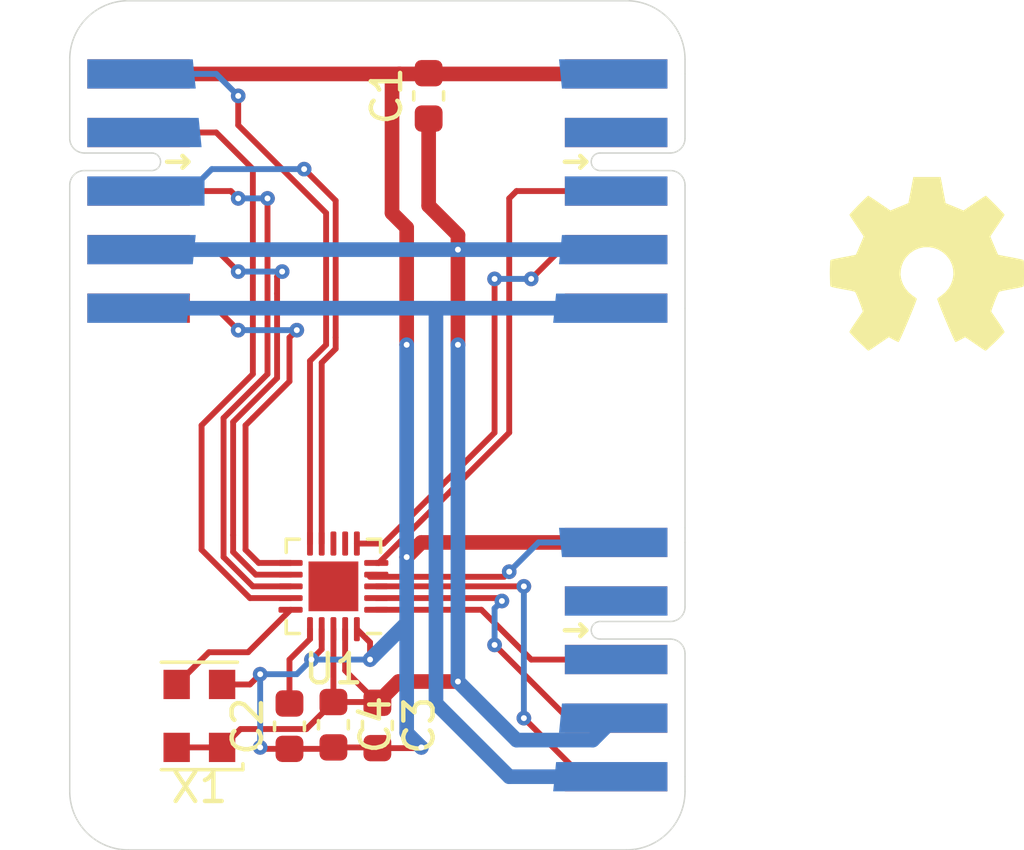
<source format=kicad_pcb>
(kicad_pcb (version 20211014) (generator pcbnew)
  (layers (0 "F.Cu" signal) (31 "B.Cu" signal) (34 "B.Paste" user) (35 "F.Paste" user) (36 "B.SilkS" user "B.Silkscreen") (37 "F.SilkS" user "F.Silkscreen") (38 "B.Mask" user) (39 "F.Mask" user) (44 "Edge.Cuts" user))
  (net 0 "")
  (net 1 "/3.3V")
  (net 2 "GND")
  (net 3 "Net-(C2-Pad2)")
  (net 4 "/adc/MOSI")
  (net 5 "/adc/MISO")
  (net 6 "/adc/SCLK")
  (net 7 "/adc/{slash}DRDY")
  (net 8 "/adc/CS")
  (net 10 "/adc/{slash}RESET")
  (net 12 "/adc/AD3+")
  (net 13 "/adc/AD3-")
  (net 16 "/5V")
  (net 18 "/adc/AD1+")
  (net 19 "/adc/AD1-")
  (net 20 "/adc/AD2+")
  (net 21 "/adc/AD2-")
  (net 24 "Net-(U1-Pad15)")
  (footprint "Capacitor_SMD:C_0603_1608Metric" (layer "F.Cu") (at 147.5 114.775 90)
    (fp_text reference "C2" (at 0 -1.43 90) (layer "F.SilkS"))
    (fp_text value "220nF")
    (fp_line (start -0.14058 -0.51) (end 0.14058 -0.51) (layer "F.SilkS") (width 0.12))
    (fp_line (start -0.14058 0.51) (end 0.14058 0.51) (layer "F.SilkS") (width 0.12))
    (pad "1" smd roundrect (at -0.775 0 90) (size 0.9 0.95) (layers "F.Cu" "F.Paste" "F.Mask") (net 2 "GND"))
    (pad "2" smd roundrect (at 0.775 0 90) (size 0.9 0.95) (layers "F.Cu" "F.Paste" "F.Mask") (net 3 "Net-(C2-Pad2)"))
  )
  (footprint "on_edge:on_edge_2x05_device" (layer "F.Cu") (at 140 96.5 -90)
    (fp_text reference "J1")
    (fp_text value "002_SPI")
    (fp_line (start -1 -4.05) (end -1 -3.323) (layer "F.SilkS") (width 0.153))
    (fp_line (start -1 -4.05) (end -0.8 -3.85) (layer "F.SilkS") (width 0.153))
    (fp_line (start -1.2 -3.85) (end -1 -4.05) (layer "F.SilkS") (width 0.153))
    (fp_line (start -4 0) (end -1.8 0) (layer "Edge.Cuts") (width 0.05))
    (fp_line (start -0.7 -0.5) (end -0.7 -2.8) (layer "Edge.Cuts") (width 0.05))
    (fp_line (start -0.2 0) (end 4 0) (layer "Edge.Cuts") (width 0.05))
    (fp_line (start -1.3 -2.8) (end -1.3 -0.5) (layer "Edge.Cuts") (width 0.05))
    (fp_arc (start -1.3 -2.8) (mid -1 -3.1) (end -0.7 -2.8) (layer "Edge.Cuts") (width 0.05))
    (fp_arc (start -0.2 0) (mid -0.553553 -0.146447) (end -0.7 -0.5) (layer "Edge.Cuts") (width 0.05))
    (fp_arc (start -1.3 -0.5) (mid -1.446447 -0.146447) (end -1.8 0) (layer "Edge.Cuts") (width 0.05))
    (pad "1" smd rect (at -4 -2.35 90) (size 1 3.5) (layers "F.Cu" "F.Mask") (net 2 "GND"))
    (pad "2" smd rect (at -2 -2.35 270) (size 1 3.5) (layers "F.Cu" "F.Mask") (net 4 "/adc/MOSI"))
    (pad "3" smd rect (at 0 -2.35 270) (size 1 3.5) (layers "F.Cu" "F.Mask") (net 5 "/adc/MISO"))
    (pad "4" smd rect (at 2 -2.35 90) (size 1 3.5) (layers "F.Cu" "F.Mask") (net 6 "/adc/SCLK"))
    (pad "5" smd rect (at 4 -2.35 90) (size 1 3.5) (layers "F.Cu" "F.Mask") (net 7 "/adc/{slash}DRDY"))
    (pad "6" smd custom (at -4 -2.4 270) (size 1 3.6) (layers "B.Cu" "B.Mask") (net 8 "/adc/CS") (options (clearance outline) (anchor rect)) (primitives (gr_poly (pts (xy 0.5 -1.8) (xy 0.5 -1.9) (xy -0.5 -1.8)) (width 0) (fill yes))))
    (pad "7" smd custom (at -2 -2.1 270) (size 1 3) (layers "B.Cu" "B.Mask") (options (clearance outline) (anchor rect)) (primitives (gr_poly (pts (xy 0.3 -0.51) (xy 0.31 -0.62) (xy 0.33 -0.7) (xy 0.35 -0.76) (xy 0.37 -0.81) (xy 0.4 -0.86) (xy 0.44 -0.92) (xy 0.48 -0.97) (xy 0.5 -0.99) (xy 0.5 -2.4) (xy -0.5 -2.3) (xy -0.5 1.5) (xy 0.3 1.5)) (width 0) (fill yes))))
    (pad "8" smd rect (at 0 -2.6 270) (size 1 4) (layers "B.Cu" "B.Mask") (net 10 "/adc/{slash}RESET"))
    (pad "9" smd custom (at 2 -2.4 270) (size 1 3.6) (layers "B.Cu" "B.Mask") (net 1 "/3.3V") (options (clearance outline) (anchor rect)) (primitives (gr_poly (pts (xy -0.5 -1.8) (xy -0.5 -1.9) (xy 0.5 -1.8)) (width 0) (fill yes))))
    (pad "10" smd custom (at 4 -2.3 270) (size 1 3.4) (layers "B.Cu" "B.Mask") (net 16 "/5V") (options (clearance outline) (anchor rect)) (primitives (gr_poly (pts (xy -0.5 -1.7) (xy -0.5 -1.8) (xy 0.5 -1.7)) (width 0) (fill yes))))
  )
  (footprint "Symbol:OSHW-Symbol_6.7x6mm_SilkScreen" (layer "F.Cu") (at 169.25 99)
    (fp_text reference "LOGO1" hide)
    (fp_text value "Logo_Open_Hardware_Small" hide)
    (fp_poly (pts (xy 0.555814 -2.531069) (xy 0.639635 -2.086445) (xy 0.94892 -1.958947) (xy 1.258206 -1.831449) (xy 1.629246 -2.083754) (xy 1.733157 -2.154004) (xy 1.827087 -2.216728) (xy 1.906652 -2.269062) (xy 1.96747 -2.308143) (xy 2.005157 -2.331107) (xy 2.015421 -2.336058) (xy 2.03391 -2.323324) (xy 2.07342 -2.288118) (xy 2.129522 -2.234938) (xy 2.197787 -2.168282) (xy 2.273786 -2.092646) (xy 2.353092 -2.012528) (xy 2.431275 -1.932426) (xy 2.503907 -1.856836) (xy 2.566559 -1.790255) (xy 2.614803 -1.737182) (xy 2.64421 -1.702113) (xy 2.651241 -1.690377) (xy 2.641123 -1.66874) (xy 2.612759 -1.621338) (xy 2.569129 -1.552807) (xy 2.513218 -1.467785) (xy 2.448006 -1.370907) (xy 2.410219 -1.31565) (xy 2.341343 -1.214752) (xy 2.28014 -1.123701) (xy 2.229578 -1.04703) (xy 2.192628 -0.989272) (xy 2.172258 -0.954957) (xy 2.169197 -0.947746) (xy 2.176136 -0.927252) (xy 2.195051 -0.879487) (xy 2.223087 -0.811168) (xy 2.257391 -0.729011) (xy 2.295109 -0.63973) (xy 2.333387 -0.550042) (xy 2.36937 -0.466662) (xy 2.400206 -0.396306) (xy 2.423039 -0.34569) (xy 2.435017 -0.321529) (xy 2.435724 -0.320578) (xy 2.454531 -0.315964) (xy 2.504618 -0.305672) (xy 2.580793 -0.290713) (xy 2.677865 -0.272099) (xy 2.790643 -0.250841) (xy 2.856442 -0.238582) (xy 2.97695 -0.215638) (xy 3.085797 -0.193805) (xy 3.177476 -0.174278) (xy 3.246481 -0.158252) (xy 3.287304 -0.146921) (xy 3.295511 -0.143326) (xy 3.303548 -0.118994) (xy 3.310033 -0.064041) (xy 3.31497 0.015108) (xy 3.318364 0.112026) (xy 3.320218 0.220287) (xy 3.320538 0.333465) (xy 3.319327 0.445135) (xy 3.31659 0.548868) (xy 3.312331 0.638241) (xy 3.306555 0.706826) (xy 3.299267 0.748197) (xy 3.294895 0.75681) (xy 3.268764 0.767133) (xy 3.213393 0.781892) (xy 3.136107 0.799352) (xy 3.04423 0.81778) (xy 3.012158 0.823741) (xy 2.857524 0.852066) (xy 2.735375 0.874876) (xy 2.641673 0.89308) (xy 2.572384 0.907583) (xy 2.523471 0.919292) (xy 2.490897 0.929115) (xy 2.470628 0.937956) (xy 2.458626 0.946724) (xy 2.456947 0.948457) (xy 2.440184 0.976371) (xy 2.414614 1.030695) (xy 2.382788 1.104777) (xy 2.34726 1.191965) (xy 2.310583 1.285608) (xy 2.275311 1.379052) (xy 2.243996 1.465647) (xy 2.219193 1.53874) (xy 2.203454 1.591678) (xy 2.199332 1.617811) (xy 2.199676 1.618726) (xy 2.213641 1.640086) (xy 2.245322 1.687084) (xy 2.291391 1.754827) (xy 2.348518 1.838423) (xy 2.413373 1.932982) (xy 2.431843 1.959854) (xy 2.497699 2.057275) (xy 2.55565 2.146163) (xy 2.602538 2.221412) (xy 2.635207 2.27792) (xy 2.6505 2.310581) (xy 2.651241 2.314593) (xy 2.638392 2.335684) (xy 2.602888 2.377464) (xy 2.549293 2.435445) (xy 2.482171 2.505135) (xy 2.406087 2.582045) (xy 2.325604 2.661683) (xy 2.245287 2.739561) (xy 2.169699 2.811186) (xy 2.103405 2.87207) (xy 2.050969 2.917721) (xy 2.016955 2.94365) (xy 2.007545 2.947883) (xy 1.985643 2.937912) (xy 1.9408 2.91102) (xy 1.880321 2.871736) (xy 1.833789 2.840117) (xy 1.749475 2.782098) (xy 1.649626 2.713784) (xy 1.549473 2.645579) (xy 1.495627 2.609075) (xy 1.313371 2.4858) (xy 1.160381 2.56852) (xy 1.090682 2.604759) (xy 1.031414 2.632926) (xy 0.991311 2.648991) (xy 0.981103 2.651226) (xy 0.968829 2.634722) (xy 0.944613 2.588082) (xy 0.910263 2.515609) (xy 0.867588 2.421606) (xy 0.818394 2.310374) (xy 0.76449 2.186215) (xy 0.707684 2.053432) (xy 0.649782 1.916327) (xy 0.592593 1.779202) (xy 0.537924 1.646358) (xy 0.487584 1.522098) (xy 0.44338 1.410725) (xy 0.407119 1.316539) (xy 0.380609 1.243844) (xy 0.365658 1.196941) (xy 0.363254 1.180833) (xy 0.382311 1.160286) (xy 0.424036 1.126933) (xy 0.479706 1.087702) (xy 0.484378 1.084599) (xy 0.628264 0.969423) (xy 0.744283 0.835053) (xy 0.83143 0.685784) (xy 0.888699 0.525913) (xy 0.915086 0.359737) (xy 0.909585 0.191552) (xy 0.87119 0.025655) (xy 0.798895 -0.133658) (xy 0.777626 -0.168513) (xy 0.666996 -0.309263) (xy 0.536302 -0.422286) (xy 0.390064 -0.506997) (xy 0.232808 -0.562806) (xy 0.069057 -0.589126) (xy -0.096667 -0.58537) (xy -0.259838 -0.55095) (xy -0.415935 -0.485277) (xy -0.560433 -0.387765) (xy -0.605131 -0.348187) (xy -0.718888 -0.224297) (xy -0.801782 -0.093876) (xy -0.858644 0.052315) (xy -0.890313 0.197088) (xy -0.898131 0.35986) (xy -0.872062 0.52344) (xy -0.814755 0.682298) (xy -0.728856 0.830906) (xy -0.617014 0.963735) (xy -0.481877 1.075256) (xy -0.464117 1.087011) (xy -0.40785 1.125508) (xy -0.365077 1.158863) (xy -0.344628 1.18016) (xy -0.344331 1.180833) (xy -0.348721 1.203871) (xy -0.366124 1.256157) (xy -0.394732 1.33339) (xy -0.432735 1.431268) (xy -0.478326 1.545491) (xy -0.529697 1.671758) (xy -0.585038 1.805767) (xy -0.642542 1.943218) (xy -0.700399 2.079808) (xy -0.756802 2.211237) (xy -0.809942 2.333205) (xy -0.85801 2.441409) (xy -0.899199 2.531549) (xy -0.931699 2.599323) (xy -0.953703 2.64043) (xy -0.962564 2.651226) (xy -0.98964 2.642819) (xy -1.040303 2.620272) (xy -1.105817 2.587613) (xy -1.141841 2.56852) (xy -1.294832 2.4858) (xy -1.477088 2.609075) (xy -1.570125 2.672228) (xy -1.671985 2.741727) (xy -1.767438 2.807165) (xy -1.81525 2.840117) (xy -1.882495 2.885273) (xy -1.939436 2.921057) (xy -1.978646 2.942938) (xy -1.991381 2.947563) (xy -2.009917 2.935085) (xy -2.050941 2.900252) (xy -2.110475 2.846678) (xy -2.184542 2.777983) (xy -2.269165 2.697781) (xy -2.322685 2.646286) (xy -2.416319 2.554286) (xy -2.497241 2.471999) (xy -2.562177 2.402945) (xy -2.607858 2.350644) (xy -2.631011 2.318616) (xy -2.633232 2.312116) (xy -2.622924 2.287394) (xy -2.594439 2.237405) (xy -2.550937 2.167212) (xy -2.495577 2.081875) (xy -2.43152 1.986456) (xy -2.413303 1.959854) (xy -2.346927 1.863167) (xy -2.287378 1.776117) (xy -2.237984 1.703595) (xy -2.202075 1.650493) (xy -2.182981 1.621703) (xy -2.181136 1.618726) (xy -2.183895 1.595782) (xy -2.198538 1.545336) (xy -2.222513 1.474041) (xy -2.253266 1.388547) (xy -2.288244 1.295507) (xy -2.324893 1.201574) (xy -2.360661 1.113399) (xy -2.392994 1.037634) (xy -2.419338 0.980931) (xy -2.437142 0.949943) (xy -2.438407 0.948457) (xy -2.449294 0.939601) (xy -2.467682 0.930843) (xy -2.497606 0.921277) (xy -2.543103 0.909996) (xy -2.608209 0.896093) (xy -2.696961 0.878663) (xy -2.813393 0.856798) (xy -2.961542 0.829591) (xy -2.993618 0.823741) (xy -3.088686 0.805374) (xy -3.171565 0.787405) (xy -3.23493 0.771569) (xy -3.271458 0.7596) (xy -3.276356 0.75681) (xy -3.284427 0.732072) (xy -3.290987 0.67679) (xy -3.296033 0.597389) (xy -3.299559 0.500296) (xy -3.301561 0.391938) (xy -3.302036 0.27874) (xy -3.300977 0.167128) (xy -3.298382 0.063529) (xy -3.294246 -0.025632) (xy -3.288563 -0.093928) (xy -3.281331 -0.134934) (xy -3.276971 -0.143326) (xy -3.252698 -0.151792) (xy -3.197426 -0.165565) (xy -3.116662 -0.18345) (xy -3.015912 -0.204252) (xy -2.900683 -0.226777) (xy -2.837902 -0.238582) (xy -2.718787 -0.260849) (xy -2.612565 -0.281021) (xy -2.524427 -0.298085) (xy -2.459566 -0.311031) (xy -2.423174 -0.318845) (xy -2.417184 -0.320578) (xy -2.407061 -0.34011) (xy -2.385662 -0.387157) (xy -2.355839 -0.454997) (xy -2.320445 -0.536909) (xy -2.282332 -0.626172) (xy -2.244353 -0.716065) (xy -2.20936 -0.799865) (xy -2.180206 -0.870853) (xy -2.159743 -0.922306) (xy -2.150823 -0.947503) (xy -2.150657 -0.948604) (xy -2.160769 -0.968481) (xy -2.189117 -1.014223) (xy -2.232723 -1.081283) (xy -2.288606 -1.165116) (xy -2.353787 -1.261174) (xy -2.391679 -1.31635) (xy -2.460725 -1.417519) (xy -2.52205 -1.50937) (xy -2.572663 -1.587256) (xy -2.609571 -1.646531) (xy -2.629782 -1.682549) (xy -2.632701 -1.690623) (xy -2.620153 -1.709416) (xy -2.585463 -1.749543) (xy -2.533063 -1.806507) (xy -2.467384 -1.875815) (xy -2.392856 -1.952969) (xy -2.313913 -2.033475) (xy -2.234983 -2.112837) (xy -2.1605 -2.18656) (xy -2.094894 -2.250148) (xy -2.042596 -2.299106) (xy -2.008039 -2.328939) (xy -1.996478 -2.336058) (xy -1.977654 -2.326047) (xy -1.932631 -2.297922) (xy -1.865787 -2.254546) (xy -1.781499 -2.198782) (xy -1.684144 -2.133494) (xy -1.610707 -2.083754) (xy -1.239667 -1.831449) (xy -0.621095 -2.086445) (xy -0.537275 -2.531069) (xy -0.453454 -2.975693) (xy 0.471994 -2.975693) (xy 0.555814 -2.531069)) (layer "F.SilkS") (width 0.01) (fill solid))
  )
  (footprint "Oscillator:Oscillator_SMD_EuroQuartz_XO32-4Pin_3.2x2.5mm" (layer "F.Cu") (at 144.425 114.425 180)
    (fp_text reference "X1" (at 0 -2.45) (layer "F.SilkS"))
    (fp_text value "8MhZ")
    (fp_line (start -1.485 -1.635) (end -1.485 -1.835) (layer "F.SilkS") (width 0.12))
    (fp_line (start 1.3 1.835) (end -1.3 1.835) (layer "F.SilkS") (width 0.12))
    (fp_line (start -1.485 -1.835) (end 1.3 -1.835) (layer "F.SilkS") (width 0.12))
    (pad "1" smd rect (at -0.775 -1.075 90) (size 1 0.9) (layers "F.Cu" "F.Paste" "F.Mask") (net 1 "/3.3V"))
    (pad "2" smd rect (at -0.775 1.075 90) (size 1 0.9) (layers "F.Cu" "F.Paste" "F.Mask") (net 2 "GND"))
    (pad "3" smd rect (at 0.775 1.075 90) (size 1 0.9) (layers "F.Cu" "F.Paste" "F.Mask") (net 24 "Net-(U1-Pad15)"))
    (pad "4" smd rect (at 0.775 -1.075 90) (size 1 0.9) (layers "F.Cu" "F.Paste" "F.Mask") (net 1 "/3.3V"))
  )
  (footprint "Package_DFN_QFN:WQFN-20-1EP_3x3mm_P0.4mm_EP1.7x1.7mm" (layer "F.Cu") (at 149 110 180)
    (fp_text reference "U1" (at 0 -2.82) (layer "F.SilkS"))
    (fp_text value "ADS131M03")
    (fp_line (start -1.16 1.61) (end -1.61 1.61) (layer "F.SilkS") (width 0.12))
    (fp_line (start -1.16 -1.61) (end -1.61 -1.61) (layer "F.SilkS") (width 0.12))
    (fp_line (start -1.61 1.61) (end -1.61 1.16) (layer "F.SilkS") (width 0.12))
    (fp_line (start 1.61 -1.61) (end 1.61 -1.16) (layer "F.SilkS") (width 0.12))
    (fp_line (start 1.61 1.61) (end 1.61 1.16) (layer "F.SilkS") (width 0.12))
    (fp_line (start 1.16 -1.61) (end 1.61 -1.61) (layer "F.SilkS") (width 0.12))
    (fp_line (start 1.16 1.61) (end 1.61 1.61) (layer "F.SilkS") (width 0.12))
    (pad "1" smd roundrect (at -1.4625 -0.8 180) (size 0.825 0.2) (layers "F.Cu" "F.Paste" "F.Mask") (net 18 "/adc/AD1+"))
    (pad "2" smd roundrect (at -1.4625 -0.4 180) (size 0.825 0.2) (layers "F.Cu" "F.Paste" "F.Mask") (net 19 "/adc/AD1-"))
    (pad "3" smd roundrect (at -1.4625 0 180) (size 0.825 0.2) (layers "F.Cu" "F.Paste" "F.Mask") (net 20 "/adc/AD2+"))
    (pad "4" smd roundrect (at -1.4625 0.4 180) (size 0.825 0.2) (layers "F.Cu" "F.Paste" "F.Mask") (net 21 "/adc/AD2-"))
    (pad "5" smd roundrect (at -1.4625 0.8 180) (size 0.825 0.2) (layers "F.Cu" "F.Paste" "F.Mask") (net 12 "/adc/AD3+"))
    (pad "6" smd roundrect (at -0.8 1.4625 180) (size 0.2 0.825) (layers "F.Cu" "F.Paste" "F.Mask") (net 13 "/adc/AD3-"))
    (pad "7" smd roundrect (at -0.4 1.4625 180) (size 0.2 0.825) (layers "F.Cu" "F.Paste" "F.Mask"))
    (pad "8" smd roundrect (at 0 1.4625 180) (size 0.2 0.825) (layers "F.Cu" "F.Paste" "F.Mask"))
    (pad "9" smd roundrect (at 0.4 1.4625 180) (size 0.2 0.825) (layers "F.Cu" "F.Paste" "F.Mask") (net 10 "/adc/{slash}RESET"))
    (pad "10" smd roundrect (at 0.8 1.4625 180) (size 0.2 0.825) (layers "F.Cu" "F.Paste" "F.Mask") (net 8 "/adc/CS"))
    (pad "11" smd roundrect (at 1.4625 0.8 180) (size 0.825 0.2) (layers "F.Cu" "F.Paste" "F.Mask") (net 7 "/adc/{slash}DRDY"))
    (pad "12" smd roundrect (at 1.4625 0.4 180) (size 0.825 0.2) (layers "F.Cu" "F.Paste" "F.Mask") (net 6 "/adc/SCLK"))
    (pad "13" smd roundrect (at 1.4625 0 180) (size 0.825 0.2) (layers "F.Cu" "F.Paste" "F.Mask") (net 5 "/adc/MISO"))
    (pad "14" smd roundrect (at 1.4625 -0.4 180) (size 0.825 0.2) (layers "F.Cu" "F.Paste" "F.Mask") (net 4 "/adc/MOSI"))
    (pad "15" smd roundrect (at 1.4625 -0.8 180) (size 0.825 0.2) (layers "F.Cu" "F.Paste" "F.Mask") (net 24 "Net-(U1-Pad15)"))
    (pad "16" smd roundrect (at 0.8 -1.4625 180) (size 0.2 0.825) (layers "F.Cu" "F.Paste" "F.Mask") (net 3 "Net-(C2-Pad2)"))
    (pad "17" smd roundrect (at 0.4 -1.4625 180) (size 0.2 0.825) (layers "F.Cu" "F.Paste" "F.Mask") (net 2 "GND"))
    (pad "18" smd roundrect (at 0 -1.4625 180) (size 0.2 0.825) (layers "F.Cu" "F.Paste" "F.Mask") (net 1 "/3.3V"))
    (pad "19" smd roundrect (at -0.4 -1.4625 180) (size 0.2 0.825) (layers "F.Cu" "F.Paste" "F.Mask") (net 1 "/3.3V"))
    (pad "20" smd roundrect (at -0.8 -1.4625 180) (size 0.2 0.825) (layers "F.Cu" "F.Paste" "F.Mask") (net 2 "GND"))
    (pad "21" smd rect (at 0 0 180) (size 1.7 1.7) (layers "F.Cu" "F.Mask"))
  )
  (footprint "Capacitor_SMD:C_0603_1608Metric" (layer "F.Cu") (at 149 114.725 -90)
    (fp_text reference "C4" (at 0 -1.43 90) (layer "F.SilkS"))
    (fp_text value "100nF")
    (fp_line (start -0.14058 -0.51) (end 0.14058 -0.51) (layer "F.SilkS") (width 0.12))
    (fp_line (start -0.14058 0.51) (end 0.14058 0.51) (layer "F.SilkS") (width 0.12))
    (pad "1" smd roundrect (at -0.775 0 270) (size 0.9 0.95) (layers "F.Cu" "F.Paste" "F.Mask") (net 1 "/3.3V"))
    (pad "2" smd roundrect (at 0.775 0 270) (size 0.9 0.95) (layers "F.Cu" "F.Paste" "F.Mask") (net 2 "GND"))
  )
  (footprint "on_edge:on_edge_2x05_host" (layer "F.Cu") (at 161 112.5 -90)
    (fp_text reference "J3")
    (fp_text value "007_ADC")
    (fp_line (start -0.8 3.573) (end -1 3.373) (layer "F.SilkS") (width 0.153))
    (fp_line (start -1 4.1) (end -1 3.373) (layer "F.SilkS") (width 0.153))
    (fp_line (start -1 3.373) (end -1.2 3.573) (layer "F.SilkS") (width 0.153))
    (fp_line (start -0.2 0) (end 4 0) (layer "Edge.Cuts") (width 0.05))
    (fp_line (start -0.7 2.9) (end -0.7 0.5) (layer "Edge.Cuts") (width 0.05))
    (fp_line (start -1.3 0.5) (end -1.3 2.9) (layer "Edge.Cuts") (width 0.05))
    (fp_line (start -4 0) (end -1.8 0) (layer "Edge.Cuts") (width 0.05))
    (fp_arc (start -1.8 0) (mid -1.446447 0.146447) (end -1.3 0.5) (layer "Edge.Cuts") (width 0.05))
    (fp_arc (start -0.7 2.9) (mid -1 3.2) (end -1.3 2.9) (layer "Edge.Cuts") (width 0.05))
    (fp_arc (start -0.7 0.5) (mid -0.553553 0.146447) (end -0.2 0) (layer "Edge.Cuts") (width 0.05))
    (pad "1" smd rect (at -4 2.35 270) (size 1 3.5) (layers "F.Cu" "F.Mask") (net 2 "GND"))
    (pad "2" smd rect (at -2 2.35 270) (size 1 3.5) (layers "F.Cu" "F.Mask"))
    (pad "3" smd rect (at 0 2.35 270) (size 1 3.5) (layers "F.Cu" "F.Mask") (net 18 "/adc/AD1+"))
    (pad "4" smd rect (at 2 2.35 270) (size 1 3.5) (layers "F.Cu" "F.Mask") (net 19 "/adc/AD1-"))
    (pad "5" smd rect (at 4 2.35 270) (size 1 3.5) (layers "F.Cu" "F.Mask") (net 20 "/adc/AD2+"))
    (pad "6" smd custom (at -4 2.4 90) (size 1 3.6) (layers "B.Cu" "B.Mask") (net 21 "/adc/AD2-") (options (clearance outline) (anchor rect)) (primitives (gr_poly (pts (xy 0.5 -1.8) (xy -0.5 -1.8) (xy 0.5 -1.9)) (width 0) (fill yes))))
    (pad "7" smd rect (at -2 2.35 90) (size 1 3.5) (layers "B.Cu" "B.Mask"))
    (pad "8" smd rect (at 0 2.35 90) (size 1 3.5) (layers "B.Cu" "B.Mask"))
    (pad "9" smd custom (at 2 2.4 90) (size 1 3.6) (layers "B.Cu" "B.Mask") (net 1 "/3.3V") (options (clearance outline) (anchor rect)) (primitives (gr_poly (pts (xy 0.5 -1.8) (xy -0.5 -1.8) (xy -0.5 -1.9)) (width 0) (fill yes))))
    (pad "10" smd custom (at 4 2.5 90) (size 1 3.8) (layers "B.Cu" "B.Mask") (net 16 "/5V") (options (clearance outline) (anchor rect)) (primitives (gr_poly (pts (xy 0.5 -1.9) (xy -0.5 -1.9) (xy -0.5 -2)) (width 0) (fill yes))))
  )
  (footprint "on_edge:on_edge_2x05_host" (layer "F.Cu") (at 161 96.5 -90)
    (fp_text reference "J2")
    (fp_text value "007_ADC")
    (fp_line (start -0.8 3.573) (end -1 3.373) (layer "F.SilkS") (width 0.153))
    (fp_line (start -1 3.373) (end -1.2 3.573) (layer "F.SilkS") (width 0.153))
    (fp_line (start -1 4.1) (end -1 3.373) (layer "F.SilkS") (width 0.153))
    (fp_line (start -1.3 0.5) (end -1.3 2.9) (layer "Edge.Cuts") (width 0.05))
    (fp_line (start -0.7 2.9) (end -0.7 0.5) (layer "Edge.Cuts") (width 0.05))
    (fp_line (start -4 0) (end -1.8 0) (layer "Edge.Cuts") (width 0.05))
    (fp_line (start -0.2 0) (end 4 0) (layer "Edge.Cuts") (width 0.05))
    (fp_arc (start -0.7 0.5) (mid -0.553553 0.146447) (end -0.2 0) (layer "Edge.Cuts") (width 0.05))
    (fp_arc (start -0.7 2.9) (mid -1 3.2) (end -1.3 2.9) (layer "Edge.Cuts") (width 0.05))
    (fp_arc (start -1.8 0) (mid -1.446447 0.146447) (end -1.3 0.5) (layer "Edge.Cuts") (width 0.05))
    (pad "1" smd rect (at -4 2.35 270) (size 1 3.5) (layers "F.Cu" "F.Mask") (net 2 "GND"))
    (pad "2" smd rect (at -2 2.35 270) (size 1 3.5) (layers "F.Cu" "F.Mask"))
    (pad "3" smd rect (at 0 2.35 270) (size 1 3.5) (layers "F.Cu" "F.Mask") (net 12 "/adc/AD3+"))
    (pad "4" smd rect (at 2 2.35 270) (size 1 3.5) (layers "F.Cu" "F.Mask") (net 13 "/adc/AD3-"))
    (pad "5" smd rect (at 4 2.35 270) (size 1 3.5) (layers "F.Cu" "F.Mask"))
    (pad "6" smd custom (at -4 2.4 90) (size 1 3.6) (layers "B.Cu" "B.Mask") (options (clearance outline) (anchor rect)) (primitives (gr_poly (pts (xy 0.5 -1.8) (xy -0.5 -1.8) (xy 0.5 -1.9)) (width 0) (fill yes))))
    (pad "7" smd rect (at -2 2.35 90) (size 1 3.5) (layers "B.Cu" "B.Mask"))
    (pad "8" smd rect (at 0 2.35 90) (size 1 3.5) (layers "B.Cu" "B.Mask"))
    (pad "9" smd custom (at 2 2.4 90) (size 1 3.6) (layers "B.Cu" "B.Mask") (net 1 "/3.3V") (options (clearance outline) (anchor rect)) (primitives (gr_poly (pts (xy 0.5 -1.8) (xy -0.5 -1.8) (xy -0.5 -1.9)) (width 0) (fill yes))))
    (pad "10" smd custom (at 4 2.5 90) (size 1 3.8) (layers "B.Cu" "B.Mask") (net 16 "/5V") (options (clearance outline) (anchor rect)) (primitives (gr_poly (pts (xy 0.5 -1.9) (xy -0.5 -1.9) (xy -0.5 -2)) (width 0) (fill yes))))
  )
  (footprint "Capacitor_SMD:C_0603_1608Metric" (layer "F.Cu") (at 150.5 114.75 -90)
    (fp_text reference "C3" (at 0 -1.43 90) (layer "F.SilkS"))
    (fp_text value "100nF")
    (fp_line (start -0.14058 0.51) (end 0.14058 0.51) (layer "F.SilkS") (width 0.12))
    (fp_line (start -0.14058 -0.51) (end 0.14058 -0.51) (layer "F.SilkS") (width 0.12))
    (pad "1" smd roundrect (at -0.775 0 270) (size 0.9 0.95) (layers "F.Cu" "F.Paste" "F.Mask") (net 1 "/3.3V"))
    (pad "2" smd roundrect (at 0.775 0 270) (size 0.9 0.95) (layers "F.Cu" "F.Paste" "F.Mask") (net 2 "GND"))
  )
  (footprint "Capacitor_SMD:C_0603_1608Metric" (layer "F.Cu") (at 152.25 93.25 90)
    (fp_text reference "C1" (at 0 -1.43 90) (layer "F.SilkS"))
    (fp_text value "100nF")
    (fp_line (start -0.14058 -0.51) (end 0.14058 -0.51) (layer "F.SilkS") (width 0.12))
    (fp_line (start -0.14058 0.51) (end 0.14058 0.51) (layer "F.SilkS") (width 0.12))
    (pad "1" smd roundrect (at -0.775 0 90) (size 0.9 0.95) (layers "F.Cu" "F.Paste" "F.Mask") (net 1 "/3.3V"))
    (pad "2" smd roundrect (at 0.775 0 90) (size 0.9 0.95) (layers "F.Cu" "F.Paste" "F.Mask") (net 2 "GND"))
  )
  (gr_line (start 142 90) (end 159 90) (layer "Edge.Cuts") (width 0.05))
  (gr_arc (start 161 117) (mid 160.414214 118.414214) (end 159 119) (layer "Edge.Cuts") (width 0.05))
  (gr_line (start 159 119) (end 142 119) (layer "Edge.Cuts") (width 0.05))
  (gr_arc (start 159 90) (mid 160.414214 90.585786) (end 161 92) (layer "Edge.Cuts") (width 0.05))
  (gr_line (start 161 117) (end 161 116.5) (layer "Edge.Cuts") (width 0.05))
  (gr_line (start 140 92) (end 140 92.5) (layer "Edge.Cuts") (width 0.05))
  (gr_line (start 161 100.5) (end 161 108) (layer "Edge.Cuts") (width 0.05))
  (gr_arc (start 142 119) (mid 140.585786 118.414214) (end 140 117) (layer "Edge.Cuts") (width 0.05))
  (gr_line (start 140 117) (end 140 100.5) (layer "Edge.Cuts") (width 0.05))
  (gr_arc (start 140 92) (mid 140.585786 90.585786) (end 142 90) (layer "Edge.Cuts") (width 0.05))
  (gr_line (start 161 108) (end 161 108.5) (layer "Edge.Cuts") (width 0.05))
  (gr_line (start 161 92.5) (end 161 92) (layer "Edge.Cuts") (width 0.05))
  (segment (start 153.25 98) (end 153.25 98.5) (width 0.5) (layer "F.Cu") (net 1))
  (segment (start 151.225 113.25) (end 150.5 113.975) (width 0.5) (layer "F.Cu") (net 1))
  (segment (start 149 111.4625) (end 149 113.95) (width 0.2) (layer "F.Cu") (net 1))
  (segment (start 153.25 101.75) (end 153.25 98.5) (width 0.5) (layer "F.Cu") (net 1))
  (segment (start 143.65 115.5) (end 145.2 115.5) (width 0.2) (layer "F.Cu") (net 1))
  (segment (start 149.4 112.875) (end 150.5 113.975) (width 0.2) (layer "F.Cu") (net 1))
  (segment (start 148.077 114.873) (end 149 113.95) (width 0.2) (layer "F.Cu") (net 1))
  (segment (start 149.4 111.4625) (end 149.4 112.875) (width 0.2) (layer "F.Cu") (net 1))
  (segment (start 152.25 94.025) (end 152.25 97) (width 0.5) (layer "F.Cu") (net 1))
  (segment (start 153.25 113.25) (end 151.225 113.25) (width 0.5) (layer "F.Cu") (net 1))
  (segment (start 150.475 113.95) (end 150.5 113.975) (width 0.2) (layer "F.Cu") (net 1))
  (segment (start 145.827 114.873) (end 148.077 114.873) (width 0.2) (layer "F.Cu") (net 1))
  (segment (start 152.25 97) (end 153.25 98) (width 0.5) (layer "F.Cu") (net 1))
  (segment (start 149 113.95) (end 150.475 113.95) (width 0.2) (layer "F.Cu") (net 1))
  (segment (start 145.2 115.5) (end 145.827 114.873) (width 0.2) (layer "F.Cu") (net 1))
  (via (at 153.25 113.25) (size 0.5) (drill 0.2) (layers "F.Cu" "B.Cu") (net 1))
  (via (at 153.25 98.5) (size 0.5) (drill 0.2) (layers "F.Cu" "B.Cu") (net 1))
  (via (at 153.25 101.75) (size 0.5) (drill 0.2) (layers "F.Cu" "B.Cu") (net 1))
  (segment (start 153.25 98.5) (end 158.6 98.5) (width 0.5) (layer "B.Cu") (net 1))
  (segment (start 158.6 114.5) (end 157.85 115.25) (width 0.5) (layer "B.Cu") (net 1))
  (segment (start 155.25 115.25) (end 153.75 113.75) (width 0.5) (layer "B.Cu") (net 1))
  (segment (start 157.85 115.25) (end 155.25 115.25) (width 0.5) (layer "B.Cu") (net 1))
  (segment (start 142.4 98.5) (end 153.25 98.5) (width 0.5) (layer "B.Cu") (net 1))
  (segment (start 153.25 113.25) (end 153.25 101.75) (width 0.5) (layer "B.Cu") (net 1))
  (segment (start 153.75 113.75) (end 153.25 113.25) (width 0.5) (layer "B.Cu") (net 1))
  (segment (start 146.15 113.35) (end 146.5 113) (width 0.2) (layer "F.Cu") (net 2))
  (segment (start 149 115.5) (end 150.475 115.5) (width 0.2) (layer "F.Cu") (net 2))
  (segment (start 148.6 112.15) (end 148.25 112.5) (width 0.2) (layer "F.Cu") (net 2))
  (segment (start 158.65 92.5) (end 152.275 92.5) (width 0.5) (layer "F.Cu") (net 2))
  (segment (start 142.35 92.5) (end 151.25 92.5) (width 0.5) (layer "F.Cu") (net 2))
  (segment (start 151.975 115.525) (end 152 115.5) (width 0.2) (layer "F.Cu") (net 2))
  (segment (start 148.6 111.4625) (end 148.6 112.15) (width 0.2) (layer "F.Cu") (net 2))
  (segment (start 152.225 92.5) (end 152.25 92.475) (width 0.5) (layer "F.Cu") (net 2))
  (segment (start 150.25 112.5) (end 150.25 111.9125) (width 0.2) (layer "F.Cu") (net 2))
  (segment (start 152 108.5) (end 151.5 109) (width 0.5) (layer "F.Cu") (net 2))
  (segment (start 151 97.25) (end 151 92.75) (width 0.5) (layer "F.Cu") (net 2))
  (segment (start 151 92.75) (end 151.25 92.5) (width 0.5) (layer "F.Cu") (net 2))
  (segment (start 145.2 113.35) (end 146.15 113.35) (width 0.2) (layer "F.Cu") (net 2))
  (segment (start 158.65 108.5) (end 152 108.5) (width 0.5) (layer "F.Cu") (net 2))
  (segment (start 150.25 111.9125) (end 149.8 111.4625) (width 0.2) (layer "F.Cu") (net 2))
  (segment (start 150.5 115.525) (end 151.975 115.525) (width 0.2) (layer "F.Cu") (net 2))
  (segment (start 147.5 115.55) (end 148.95 115.55) (width 0.2) (layer "F.Cu") (net 2))
  (segment (start 152.275 92.5) (end 152.25 92.475) (width 0.5) (layer "F.Cu") (net 2))
  (segment (start 151.5 97.75) (end 151 97.25) (width 0.5) (layer "F.Cu") (net 2))
  (segment (start 151.25 92.5) (end 152.225 92.5) (width 0.5) (layer "F.Cu") (net 2))
  (segment (start 146.55 115.55) (end 146.5 115.5) (width 0.2) (layer "F.Cu") (net 2))
  (segment (start 150.475 115.5) (end 150.5 115.525) (width 0.2) (layer "F.Cu") (net 2))
  (segment (start 147.5 115.55) (end 146.55 115.55) (width 0.2) (layer "F.Cu") (net 2))
  (segment (start 148.95 115.55) (end 149 115.5) (width 0.2) (layer "F.Cu") (net 2))
  (segment (start 151.5 101.75) (end 151.5 97.75) (width 0.5) (layer "F.Cu") (net 2))
  (via (at 151.5 109) (size 0.5) (drill 0.2) (layers "F.Cu" "B.Cu") (net 2))
  (via (at 148.25 112.5) (size 0.5) (drill 0.2) (layers "F.Cu" "B.Cu") (net 2))
  (via (at 146.5 113) (size 0.5) (drill 0.2) (layers "F.Cu" "B.Cu") (net 2))
  (via (at 152 115.5) (size 0.5) (drill 0.2) (layers "F.Cu" "B.Cu") (net 2))
  (via (at 151.5 101.75) (size 0.5) (drill 0.2) (layers "F.Cu" "B.Cu") (net 2))
  (via (at 146.5 115.5) (size 0.5) (drill 0.2) (layers "F.Cu" "B.Cu") (net 2))
  (via (at 150.25 112.5) (size 0.5) (drill 0.2) (layers "F.Cu" "B.Cu") (net 2))
  (segment (start 151.5 109) (end 151.5 111.25) (width 0.5) (layer "B.Cu") (net 2))
  (segment (start 148.25 112.5) (end 150.25 112.5) (width 0.2) (layer "B.Cu") (net 2))
  (segment (start 151.5 109) (end 151.5 101.75) (width 0.5) (layer "B.Cu") (net 2))
  (segment (start 146.5 115.5) (end 146.5 113) (width 0.2) (layer "B.Cu") (net 2))
  (segment (start 147.75 113) (end 148.25 112.5) (width 0.2) (layer "B.Cu") (net 2))
  (segment (start 146.5 113) (end 147.75 113) (width 0.2) (layer "B.Cu") (net 2))
  (segment (start 151.5 115) (end 152 115.5) (width 0.5) (layer "B.Cu") (net 2))
  (segment (start 151.5 111.25) (end 150.25 112.5) (width 0.5) (layer "B.Cu") (net 2))
  (segment (start 151.5 111.25) (end 151.5 115) (width 0.5) (layer "B.Cu") (net 2))
  (segment (start 147.5 112.5) (end 147.5 114) (width 0.2) (layer "F.Cu") (net 3))
  (segment (start 148.2 111.4625) (end 148.2 111.8) (width 0.2) (layer "F.Cu") (net 3))
  (segment (start 148.2 111.8) (end 147.5 112.5) (width 0.2) (layer "F.Cu") (net 3))
  (segment (start 146.15 110.4) (end 144.5 108.75) (width 0.2) (layer "F.Cu") (net 4))
  (segment (start 144.5 104.5) (end 146.25 102.75) (width 0.2) (layer "F.Cu") (net 4))
  (segment (start 147.5375 110.4) (end 146.15 110.4) (width 0.2) (layer "F.Cu") (net 4))
  (segment (start 146.25 102.75) (end 146.25 95.75) (width 0.2) (layer "F.Cu") (net 4))
  (segment (start 145 94.5) (end 142.35 94.5) (width 0.2) (layer "F.Cu") (net 4))
  (segment (start 144.5 108.75) (end 144.5 104.5) (width 0.2) (layer "F.Cu") (net 4))
  (segment (start 146.25 95.75) (end 145 94.5) (width 0.2) (layer "F.Cu") (net 4))
  (segment (start 146.25 103.25) (end 146.75 102.75) (width 0.2) (layer "F.Cu") (net 5))
  (segment (start 145.25 104.25) (end 146.25 103.25) (width 0.2) (layer "F.Cu") (net 5))
  (segment (start 146.25 110) (end 145.25 109) (width 0.2) (layer "F.Cu") (net 5))
  (segment (start 147.5375 110) (end 146.25 110) (width 0.2) (layer "F.Cu") (net 5))
  (segment (start 145.5 96.5) (end 142.35 96.5) (width 0.2) (layer "F.Cu") (net 5))
  (segment (start 145.25 109) (end 145.25 104.25) (width 0.2) (layer "F.Cu") (net 5))
  (segment (start 146.75 102.75) (end 146.75 96.75) (width 0.2) (layer "F.Cu") (net 5))
  (segment (start 145.75 96.75) (end 145.5 96.5) (width 0.2) (layer "F.Cu") (net 5))
  (via (at 145.75 96.75) (size 0.5) (drill 0.2) (layers "F.Cu" "B.Cu") (net 5))
  (via (at 146.75 96.75) (size 0.5) (drill 0.2) (layers "F.Cu" "B.Cu") (net 5))
  (segment (start 146.75 96.75) (end 145.75 96.75) (width 0.2) (layer "B.Cu") (net 5))
  (segment (start 145.577 108.25) (end 145.577 104.385448) (width 0.2) (layer "F.Cu") (net 6))
  (segment (start 147.077 100) (end 147.077 99.423) (width 0.2) (layer "F.Cu") (net 6))
  (segment (start 145 98.5) (end 142.35 98.5) (width 0.2) (layer "F.Cu") (net 6))
  (segment (start 146.856224 103.106224) (end 147.077 102.885448) (width 0.2) (layer "F.Cu") (net 6))
  (segment (start 147.077 102.885448) (end 147.077 100) (width 0.2) (layer "F.Cu") (net 6))
  (segment (start 146.35 109.6) (end 145.577 108.827) (width 0.2) (layer "F.Cu") (net 6))
  (segment (start 145.577 108.827) (end 145.577 108.25) (width 0.2) (layer "F.Cu") (net 6))
  (segment (start 145.577 104.385448) (end 146.856224 103.106224) (width 0.2) (layer "F.Cu") (net 6))
  (segment (start 147.077 99.423) (end 147.25 99.25) (width 0.2) (layer "F.Cu") (net 6))
  (segment (start 145.75 99.25) (end 145 98.5) (width 0.2) (layer "F.Cu") (net 6))
  (segment (start 147.5375 109.6) (end 146.35 109.6) (width 0.2) (layer "F.Cu") (net 6))
  (via (at 147.25 99.25) (size 0.5) (drill 0.2) (layers "F.Cu" "B.Cu") (net 6))
  (via (at 145.75 99.25) (size 0.5) (drill 0.2) (layers "F.Cu" "B.Cu") (net 6))
  (segment (start 147.25 99.25) (end 145.75 99.25) (width 0.2) (layer "B.Cu") (net 6))
  (segment (start 146.45 109.2) (end 146 108.75) (width 0.2) (layer "F.Cu") (net 7))
  (segment (start 146 108.75) (end 146 104.5) (width 0.2) (layer "F.Cu") (net 7))
  (segment (start 147.5375 109.2) (end 146.45 109.2) (width 0.2) (layer "F.Cu") (net 7))
  (segment (start 146.25 104.25) (end 147.5 103) (width 0.2) (layer "F.Cu") (net 7))
  (segment (start 145.75 101.25) (end 145 100.5) (width 0.2) (layer "F.Cu") (net 7))
  (segment (start 147.5 103) (end 147.5 101.5) (width 0.2) (layer "F.Cu") (net 7))
  (segment (start 147.5 101.5) (end 147.75 101.25) (width 0.2) (layer "F.Cu") (net 7))
  (segment (start 145 100.5) (end 142.35 100.5) (width 0.2) (layer "F.Cu") (net 7))
  (segment (start 146 104.5) (end 146.25 104.25) (width 0.2) (layer "F.Cu") (net 7))
  (via (at 145.75 101.25) (size 0.5) (drill 0.2) (layers "F.Cu" "B.Cu") (net 7))
  (via (at 147.75 101.25) (size 0.5) (drill 0.2) (layers "F.Cu" "B.Cu") (net 7))
  (segment (start 147.75 101.25) (end 145.75 101.25) (width 0.2) (layer "B.Cu") (net 7))
  (segment (start 148.75 101.75) (end 148.75 97.25) (width 0.2) (layer "F.Cu") (net 8))
  (segment (start 145.75 94.25) (end 145.75 93.25) (width 0.2) (layer "F.Cu") (net 8))
  (segment (start 148.2 108.5375) (end 148.2 102.3) (width 0.2) (layer "F.Cu") (net 8))
  (segment (start 148.2 102.3) (end 148.75 101.75) (width 0.2) (layer "F.Cu") (net 8))
  (segment (start 148.75 97.25) (end 145.75 94.25) (width 0.2) (layer "F.Cu") (net 8))
  (via (at 145.75 93.25) (size 0.5) (drill 0.2) (layers "F.Cu" "B.Cu") (net 8))
  (segment (start 145.75 93.25) (end 145 92.5) (width 0.2) (layer "B.Cu") (net 8))
  (segment (start 145 92.5) (end 142.4 92.5) (width 0.2) (layer "B.Cu") (net 8))
  (segment (start 149.077 101.885448) (end 149.077 101.5) (width 0.2) (layer "F.Cu") (net 10))
  (segment (start 149.077 96.827) (end 148 95.75) (width 0.2) (layer "F.Cu") (net 10))
  (segment (start 148.6 108.5375) (end 148.6 102.362448) (width 0.2) (layer "F.Cu") (net 10))
  (segment (start 149.077 101.5) (end 149.077 96.827) (width 0.2) (layer "F.Cu") (net 10))
  (segment (start 148.6 102.362448) (end 149.077 101.885448) (width 0.2) (layer "F.Cu") (net 10))
  (via (at 148 95.75) (size 0.5) (drill 0.2) (layers "F.Cu" "B.Cu") (net 10))
  (segment (start 144.1 96.5) (end 142.6 96.5) (width 0.2) (layer "B.Cu") (net 10))
  (segment (start 144.85 95.75) (end 144.1 96.5) (width 0.2) (layer "B.Cu") (net 10))
  (segment (start 148 95.75) (end 144.85 95.75) (width 0.2) (layer "B.Cu") (net 10))
  (segment (start 150.4625 109.2) (end 150.55 109.2) (width 0.2) (layer "F.Cu") (net 12))
  (segment (start 155.25 96.5) (end 158.65 96.5) (width 0.2) (layer "F.Cu") (net 12))
  (segment (start 155 96.75) (end 155.25 96.5) (width 0.2) (layer "F.Cu") (net 12))
  (segment (start 150.55 109.2) (end 155 104.75) (width 0.2) (layer "F.Cu") (net 12))
  (segment (start 155 104.75) (end 155 96.75) (width 0.2) (layer "F.Cu") (net 12))
  (segment (start 156.75 98.5) (end 158.65 98.5) (width 0.2) (layer "F.Cu") (net 13))
  (segment (start 150.7125 108.5375) (end 154.5 104.75) (width 0.2) (layer "F.Cu") (net 13))
  (segment (start 154.5 104.75) (end 154.5 99.5) (width 0.2) (layer "F.Cu") (net 13))
  (segment (start 149.8 108.5375) (end 150.7125 108.5375) (width 0.2) (layer "F.Cu") (net 13))
  (segment (start 155.75 99.5) (end 156.75 98.5) (width 0.2) (layer "F.Cu") (net 13))
  (via (at 155.75 99.5) (size 0.5) (drill 0.2) (layers "F.Cu" "B.Cu") (net 13))
  (via (at 154.5 99.5) (size 0.5) (drill 0.2) (layers "F.Cu" "B.Cu") (net 13))
  (segment (start 154.5 99.5) (end 155.75 99.5) (width 0.2) (layer "B.Cu") (net 13))
  (segment (start 152.5 114) (end 152.5 100.5) (width 0.5) (layer "B.Cu") (net 16))
  (segment (start 155 116.5) (end 152.5 114) (width 0.5) (layer "B.Cu") (net 16))
  (segment (start 158.5 116.5) (end 155 116.5) (width 0.5) (layer "B.Cu") (net 16))
  (segment (start 142.3 100.5) (end 152.5 100.5) (width 0.5) (layer "B.Cu") (net 16))
  (segment (start 152.5 100.5) (end 158.5 100.5) (width 0.5) (layer "B.Cu") (net 16))
  (segment (start 155.75 112.5) (end 154.05 110.8) (width 0.2) (layer "F.Cu") (net 18))
  (segment (start 158.65 112.5) (end 155.75 112.5) (width 0.2) (layer "F.Cu") (net 18))
  (segment (start 154.05 110.8) (end 150.4625 110.8) (width 0.2) (layer "F.Cu") (net 18))
  (segment (start 157 114.5) (end 154.5 112) (width 0.2) (layer "F.Cu") (net 19))
  (segment (start 154.75 110.5) (end 154.65 110.4) (width 0.2) (layer "F.Cu") (net 19))
  (segment (start 154.65 110.4) (end 150.4625 110.4) (width 0.2) (layer "F.Cu") (net 19))
  (segment (start 158.65 114.5) (end 157 114.5) (width 0.2) (layer "F.Cu") (net 19))
  (via (at 154.5 112) (size 0.5) (drill 0.2) (layers "F.Cu" "B.Cu") (net 19))
  (via (at 154.75 110.5) (size 0.5) (drill 0.2) (layers "F.Cu" "B.Cu") (net 19))
  (segment (start 154.5 110.75) (end 154.75 110.5) (width 0.2) (layer "B.Cu") (net 19))
  (segment (start 154.5 112) (end 154.5 110.75) (width 0.2) (layer "B.Cu") (net 19))
  (segment (start 150.4625 110) (end 155.5 110) (width 0.2) (layer "F.Cu") (net 20))
  (segment (start 157.5 116.5) (end 158.65 116.5) (width 0.2) (layer "F.Cu") (net 20))
  (segment (start 155.5 114.5) (end 157.5 116.5) (width 0.2) (layer "F.Cu") (net 20))
  (via (at 155.5 110) (size 0.5) (drill 0.2) (layers "F.Cu" "B.Cu") (net 20))
  (via (at 155.5 114.5) (size 0.5) (drill 0.2) (layers "F.Cu" "B.Cu") (net 20))
  (segment (start 155.5 110) (end 155.5 114.5) (width 0.2) (layer "B.Cu") (net 20))
  (segment (start 150.25 109.673) (end 150.323 109.6) (width 0.2) (layer "F.Cu") (net 21))
  (segment (start 155 109.5) (end 154.827 109.673) (width 0.2) (layer "F.Cu") (net 21))
  (segment (start 154.827 109.673) (end 150.25 109.673) (width 0.2) (layer "F.Cu") (net 21))
  (segment (start 150.323 109.6) (end 150.4625 109.6) (width 0.2) (layer "F.Cu") (net 21))
  (via (at 155 109.5) (size 0.5) (drill 0.2) (layers "F.Cu" "B.Cu") (net 21))
  (segment (start 155 109.5) (end 156 108.5) (width 0.2) (layer "B.Cu") (net 21))
  (segment (start 156 108.5) (end 158.6 108.5) (width 0.2) (layer "B.Cu") (net 21))
  (segment (start 144.75 112.25) (end 143.65 113.35) (width 0.2) (layer "F.Cu") (net 24))
  (segment (start 146.0875 112.25) (end 144.75 112.25) (width 0.2) (layer "F.Cu") (net 24))
  (segment (start 147.5375 110.8) (end 146.0875 112.25) (width 0.2) (layer "F.Cu") (net 24))
)
</source>
